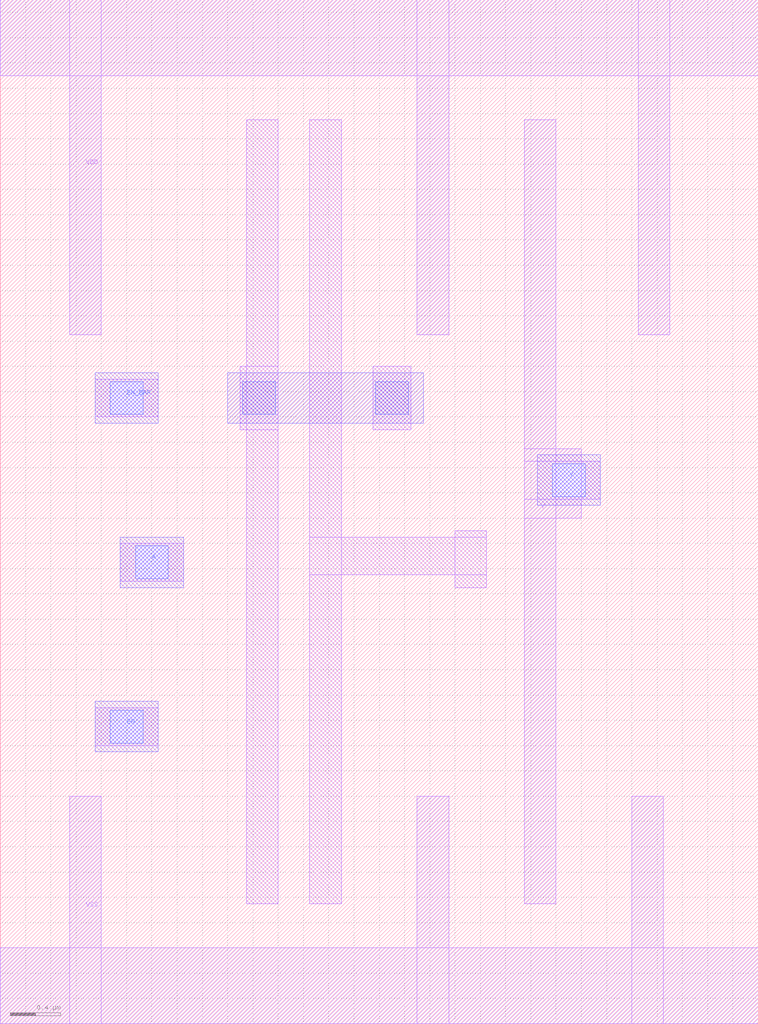
<source format=lef>
# Copyright 2022 Google LLC
# Licensed under the Apache License, Version 2.0 (the "License");
# you may not use this file except in compliance with the License.
# You may obtain a copy of the License at
#
#      http://www.apache.org/licenses/LICENSE-2.0
#
# Unless required by applicable law or agreed to in writing, software
# distributed under the License is distributed on an "AS IS" BASIS,
# WITHOUT WARRANTIES OR CONDITIONS OF ANY KIND, either express or implied.
# See the License for the specific language governing permissions and
# limitations under the License.
VERSION 5.7 ;
BUSBITCHARS "[]" ;
DIVIDERCHAR "/" ;

MACRO gf180mcu_osu_sc_gp12t3v3__tinv_2
  CLASS CORE ;
  ORIGIN 0 0 ;
  FOREIGN gf180mcu_osu_sc_gp12t3v3__tinv_2 0 0 ;
  SIZE 6 BY 8.1 ;
  SYMMETRY X Y ;
  SITE GF180_3p3_12t ;
  PIN VDD
    DIRECTION INOUT ;
    USE POWER ;
    SHAPE ABUTMENT ;
    PORT
      LAYER MET1 ;
        RECT 0 7.5 6 8.1 ;
        RECT 5.05 5.45 5.3 8.1 ;
        RECT 3.3 5.45 3.55 8.1 ;
        RECT 0.55 5.45 0.8 8.1 ;
    END
  END VDD
  PIN VSS
    DIRECTION INOUT ;
    USE GROUND ;
    PORT
      LAYER MET1 ;
        RECT 0 0 6 0.6 ;
        RECT 5 0 5.25 1.8 ;
        RECT 3.3 0 3.55 1.8 ;
        RECT 0.55 0 0.8 1.8 ;
    END
  END VSS
  PIN A
    DIRECTION INPUT ;
    USE SIGNAL ;
    PORT
      LAYER MET1 ;
        RECT 0.95 3.5 1.45 3.8 ;
      LAYER MET2 ;
        RECT 0.95 3.45 1.45 3.85 ;
      LAYER VIA12 ;
        RECT 1.07 3.52 1.33 3.78 ;
    END
  END A
  PIN EN
    DIRECTION INPUT ;
    USE SIGNAL ;
    PORT
      LAYER MET1 ;
        RECT 0.75 2.2 1.25 2.5 ;
      LAYER MET2 ;
        RECT 0.75 2.15 1.25 2.55 ;
      LAYER VIA12 ;
        RECT 0.87 2.22 1.13 2.48 ;
    END
  END EN
  PIN EN_BAR
    DIRECTION INPUT ;
    USE SIGNAL ;
    PORT
      LAYER MET1 ;
        RECT 0.75 4.8 1.25 5.1 ;
      LAYER MET2 ;
        RECT 0.75 4.75 1.25 5.15 ;
      LAYER VIA12 ;
        RECT 0.87 4.82 1.13 5.08 ;
    END
  END EN_BAR
  PIN Y
    DIRECTION OUTPUT ;
    USE SIGNAL ;
    PORT
      LAYER MET1 ;
        RECT 4.15 4.15 4.75 4.45 ;
        RECT 4.15 4 4.6 4.55 ;
        RECT 4.15 0.95 4.4 7.15 ;
      LAYER MET2 ;
        RECT 4.25 4.1 4.75 4.5 ;
      LAYER VIA12 ;
        RECT 4.37 4.17 4.63 4.43 ;
    END
  END Y
  OBS
    LAYER MET2 ;
      RECT 1.8 4.75 3.35 5.15 ;
    LAYER VIA12 ;
      RECT 2.97 4.82 3.23 5.08 ;
      RECT 1.92 4.82 2.18 5.08 ;
    LAYER MET1 ;
      RECT 2.45 0.95 2.7 7.15 ;
      RECT 3.6 3.45 3.85 3.9 ;
      RECT 2.45 3.55 3.85 3.85 ;
      RECT 1.95 0.95 2.2 7.15 ;
      RECT 1.9 4.7 2.2 5.2 ;
      RECT 2.95 4.7 3.25 5.2 ;
  END
END gf180mcu_osu_sc_gp12t3v3__tinv_2

</source>
